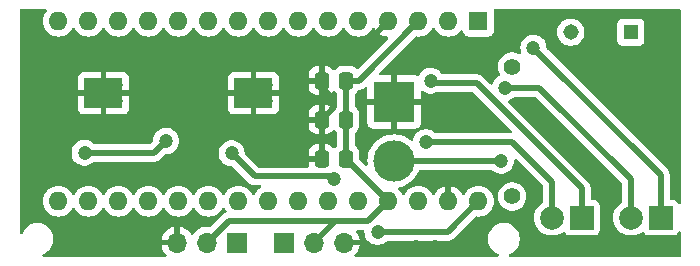
<source format=gbr>
%TF.GenerationSoftware,KiCad,Pcbnew,8.0.4*%
%TF.CreationDate,2025-02-26T16:08:11-05:00*%
%TF.ProjectId,plusle,706c7573-6c65-42e6-9b69-6361645f7063,rev?*%
%TF.SameCoordinates,Original*%
%TF.FileFunction,Copper,L2,Bot*%
%TF.FilePolarity,Positive*%
%FSLAX46Y46*%
G04 Gerber Fmt 4.6, Leading zero omitted, Abs format (unit mm)*
G04 Created by KiCad (PCBNEW 8.0.4) date 2025-02-26 16:08:11*
%MOMM*%
%LPD*%
G01*
G04 APERTURE LIST*
G04 Aperture macros list*
%AMRoundRect*
0 Rectangle with rounded corners*
0 $1 Rounding radius*
0 $2 $3 $4 $5 $6 $7 $8 $9 X,Y pos of 4 corners*
0 Add a 4 corners polygon primitive as box body*
4,1,4,$2,$3,$4,$5,$6,$7,$8,$9,$2,$3,0*
0 Add four circle primitives for the rounded corners*
1,1,$1+$1,$2,$3*
1,1,$1+$1,$4,$5*
1,1,$1+$1,$6,$7*
1,1,$1+$1,$8,$9*
0 Add four rect primitives between the rounded corners*
20,1,$1+$1,$2,$3,$4,$5,0*
20,1,$1+$1,$4,$5,$6,$7,0*
20,1,$1+$1,$6,$7,$8,$9,0*
20,1,$1+$1,$8,$9,$2,$3,0*%
G04 Aperture macros list end*
%TA.AperFunction,ComponentPad*%
%ADD10R,1.308000X1.308000*%
%TD*%
%TA.AperFunction,ComponentPad*%
%ADD11C,1.308000*%
%TD*%
%TA.AperFunction,ComponentPad*%
%ADD12C,1.400000*%
%TD*%
%TA.AperFunction,ComponentPad*%
%ADD13R,3.500000X3.500000*%
%TD*%
%TA.AperFunction,ComponentPad*%
%ADD14C,3.500000*%
%TD*%
%TA.AperFunction,ComponentPad*%
%ADD15C,0.630000*%
%TD*%
%TA.AperFunction,SMDPad,CuDef*%
%ADD16R,3.300000X2.600000*%
%TD*%
%TA.AperFunction,ComponentPad*%
%ADD17R,1.700000X1.700000*%
%TD*%
%TA.AperFunction,ComponentPad*%
%ADD18O,1.700000X1.700000*%
%TD*%
%TA.AperFunction,ComponentPad*%
%ADD19C,2.000000*%
%TD*%
%TA.AperFunction,ComponentPad*%
%ADD20R,2.000000X2.000000*%
%TD*%
%TA.AperFunction,SMDPad,CuDef*%
%ADD21RoundRect,0.250000X0.337500X0.475000X-0.337500X0.475000X-0.337500X-0.475000X0.337500X-0.475000X0*%
%TD*%
%TA.AperFunction,ComponentPad*%
%ADD22R,1.600000X1.600000*%
%TD*%
%TA.AperFunction,ComponentPad*%
%ADD23O,1.600000X1.600000*%
%TD*%
%TA.AperFunction,ViaPad*%
%ADD24C,0.600000*%
%TD*%
%TA.AperFunction,ViaPad*%
%ADD25C,1.200000*%
%TD*%
%TA.AperFunction,Conductor*%
%ADD26C,0.500000*%
%TD*%
G04 APERTURE END LIST*
D10*
%TO.P,SW1,1,A*%
%TO.N,Net-(SW1-A)*%
X78040000Y-29100000D03*
D11*
%TO.P,SW1,3,B*%
%TO.N,Net-(J5-Pin_2)*%
X72960000Y-29100000D03*
%TD*%
D12*
%TO.P,J5,*%
%TO.N,*%
X68000000Y-43000000D03*
X68000000Y-32000000D03*
D13*
%TO.P,J5,1,Pin_1*%
%TO.N,GND*%
X58000000Y-35000000D03*
D14*
%TO.P,J5,2,Pin_2*%
%TO.N,Net-(J5-Pin_2)*%
X58000000Y-40000000D03*
%TD*%
D15*
%TO.P,U4,9,GND*%
%TO.N,GND*%
X47400000Y-33600000D03*
X46100000Y-33600000D03*
X44800000Y-33600000D03*
D16*
X46100000Y-34250000D03*
D15*
X47400000Y-34900000D03*
X46100000Y-34900000D03*
X44800000Y-34900000D03*
%TD*%
%TO.P,U3,9,GND*%
%TO.N,GND*%
X34700000Y-33600000D03*
X33400000Y-33600000D03*
X32100000Y-33600000D03*
D16*
X33400000Y-34250000D03*
D15*
X34700000Y-34900000D03*
X33400000Y-34900000D03*
X32100000Y-34900000D03*
%TD*%
D17*
%TO.P,J4,1,Pin_1*%
%TO.N,RCSignalA*%
X44725000Y-46900000D03*
D18*
%TO.P,J4,2,Pin_2*%
%TO.N,Arduino5V*%
X42185000Y-46900000D03*
%TO.P,J4,3,Pin_3*%
%TO.N,GND*%
X39645000Y-46900000D03*
%TD*%
D19*
%TO.P,J3,2,Pin_2*%
%TO.N,Net-(J3-Pin_2)*%
X78060000Y-44800000D03*
D20*
%TO.P,J3,1,Pin_1*%
%TO.N,Net-(J3-Pin_1)*%
X80600000Y-44800000D03*
%TD*%
D19*
%TO.P,J2,2,Pin_2*%
%TO.N,Net-(J2-Pin_2)*%
X71360000Y-44800000D03*
D20*
%TO.P,J2,1,Pin_1*%
%TO.N,Net-(J2-Pin_1)*%
X73900000Y-44800000D03*
%TD*%
D17*
%TO.P,J1,1,Pin_1*%
%TO.N,RCSignalB*%
X48675000Y-46900000D03*
D18*
%TO.P,J1,2,Pin_2*%
%TO.N,Arduino5V*%
X51215000Y-46900000D03*
%TO.P,J1,3,Pin_3*%
%TO.N,GND*%
X53755000Y-46900000D03*
%TD*%
D21*
%TO.P,C6,1*%
%TO.N,Arduino5V*%
X53937500Y-33200000D03*
%TO.P,C6,2*%
%TO.N,GND*%
X51862500Y-33200000D03*
%TD*%
%TO.P,C5,1*%
%TO.N,Arduino5V*%
X53937500Y-36500000D03*
%TO.P,C5,2*%
%TO.N,GND*%
X51862500Y-36500000D03*
%TD*%
%TO.P,C4,1*%
%TO.N,Arduino5V*%
X53937500Y-39800000D03*
%TO.P,C4,2*%
%TO.N,GND*%
X51862500Y-39800000D03*
%TD*%
D22*
%TO.P,A1,1,D1/TX*%
%TO.N,unconnected-(A1-D1{slash}TX-Pad1)*%
X65140000Y-28160000D03*
D23*
%TO.P,A1,2,D0/RX*%
%TO.N,unconnected-(A1-D0{slash}RX-Pad2)*%
X62600000Y-28160000D03*
%TO.P,A1,3,~{RESET}*%
%TO.N,Arduino5V*%
X60060000Y-28160000D03*
%TO.P,A1,4,GND*%
%TO.N,GND*%
X57520000Y-28160000D03*
%TO.P,A1,5,D2*%
%TO.N,unconnected-(A1-D2-Pad5)*%
X54980000Y-28160000D03*
%TO.P,A1,6,D3*%
%TO.N,unconnected-(A1-D3-Pad6)*%
X52440000Y-28160000D03*
%TO.P,A1,7,D4*%
%TO.N,unconnected-(A1-D4-Pad7)*%
X49900000Y-28160000D03*
%TO.P,A1,8,D5*%
%TO.N,BIn2*%
X47360000Y-28160000D03*
%TO.P,A1,9,D6*%
%TO.N,BIn1*%
X44820000Y-28160000D03*
%TO.P,A1,10,D7*%
%TO.N,unconnected-(A1-D7-Pad10)*%
X42280000Y-28160000D03*
%TO.P,A1,11,D8*%
%TO.N,unconnected-(A1-D8-Pad11)*%
X39740000Y-28160000D03*
%TO.P,A1,12,D9*%
%TO.N,unconnected-(A1-D9-Pad12)*%
X37200000Y-28160000D03*
%TO.P,A1,13,D10*%
%TO.N,AIn2*%
X34660000Y-28160000D03*
%TO.P,A1,14,D11*%
%TO.N,AIn1*%
X32120000Y-28160000D03*
%TO.P,A1,15,D12*%
%TO.N,unconnected-(A1-D12-Pad15)*%
X29580000Y-28160000D03*
%TO.P,A1,16,D13*%
%TO.N,unconnected-(A1-D13-Pad16)*%
X29580000Y-43400000D03*
%TO.P,A1,17,3V3*%
%TO.N,unconnected-(A1-3V3-Pad17)*%
X32120000Y-43400000D03*
%TO.P,A1,18,AREF*%
%TO.N,unconnected-(A1-AREF-Pad18)*%
X34660000Y-43400000D03*
%TO.P,A1,19,A0*%
%TO.N,unconnected-(A1-A0-Pad19)*%
X37200000Y-43400000D03*
%TO.P,A1,20,A1*%
%TO.N,unconnected-(A1-A1-Pad20)*%
X39740000Y-43400000D03*
%TO.P,A1,21,A2*%
%TO.N,unconnected-(A1-A2-Pad21)*%
X42280000Y-43400000D03*
%TO.P,A1,22,A3*%
%TO.N,RCSignalA*%
X44820000Y-43400000D03*
%TO.P,A1,23,A4*%
%TO.N,RCSignalB*%
X47360000Y-43400000D03*
%TO.P,A1,24,A5*%
%TO.N,unconnected-(A1-A5-Pad24)*%
X49900000Y-43400000D03*
%TO.P,A1,25,A6*%
%TO.N,unconnected-(A1-A6-Pad25)*%
X52440000Y-43400000D03*
%TO.P,A1,26,A7*%
%TO.N,unconnected-(A1-A7-Pad26)*%
X54980000Y-43400000D03*
%TO.P,A1,27,+5V*%
%TO.N,Arduino5V*%
X57520000Y-43400000D03*
%TO.P,A1,28,~{RESET}*%
X60060000Y-43400000D03*
%TO.P,A1,29,GND*%
%TO.N,GND*%
X62600000Y-43400000D03*
%TO.P,A1,30,VIN*%
%TO.N,ArduinoVIN*%
X65140000Y-43400000D03*
%TD*%
D24*
%TO.N,GND*%
X52900000Y-34800000D03*
X67100000Y-28900000D03*
X67800000Y-28900000D03*
X55300000Y-36100000D03*
X55300000Y-35100000D03*
D25*
X35200000Y-47100000D03*
X33300000Y-47100000D03*
X61500000Y-47300000D03*
X59900000Y-47300000D03*
X52900000Y-30600000D03*
X51200000Y-30600000D03*
%TO.N,ArduinoVIN*%
X31800000Y-39300000D03*
X38700000Y-38300000D03*
X44250000Y-39350000D03*
X52900000Y-41500000D03*
X56600000Y-46000000D03*
%TO.N,Net-(J3-Pin_1)*%
X69800000Y-30400000D03*
%TO.N,Net-(J2-Pin_1)*%
X61100000Y-33200000D03*
%TO.N,Net-(J2-Pin_2)*%
X60700000Y-38400000D03*
%TO.N,Net-(J5-Pin_2)*%
X67077537Y-39977537D03*
%TO.N,Net-(J3-Pin_2)*%
X67400000Y-33800000D03*
%TD*%
D26*
%TO.N,GND*%
X51862500Y-31637500D02*
X52900000Y-30600000D01*
X51862500Y-33200000D02*
X51862500Y-31637500D01*
X55080000Y-30600000D02*
X52900000Y-30600000D01*
X57520000Y-28160000D02*
X55080000Y-30600000D01*
%TO.N,Net-(J3-Pin_1)*%
X80600000Y-41200000D02*
X80600000Y-44800000D01*
X69800000Y-30400000D02*
X80600000Y-41200000D01*
%TO.N,GND*%
X52900000Y-35462500D02*
X51862500Y-36500000D01*
X52900000Y-34800000D02*
X52900000Y-35462500D01*
X51862500Y-33762500D02*
X52900000Y-34800000D01*
X51862500Y-33200000D02*
X51862500Y-33762500D01*
%TO.N,ArduinoVIN*%
X52900000Y-41500000D02*
X52700000Y-41300000D01*
X46200000Y-41300000D02*
X44250000Y-39350000D01*
X52700000Y-41300000D02*
X46200000Y-41300000D01*
X37700000Y-39300000D02*
X31800000Y-39300000D01*
X38700000Y-38300000D02*
X37700000Y-39300000D01*
%TO.N,Arduino5V*%
X53015000Y-45100000D02*
X54300000Y-45100000D01*
X54300000Y-45100000D02*
X55820000Y-45100000D01*
X43985000Y-45100000D02*
X54300000Y-45100000D01*
X51215000Y-46900000D02*
X53015000Y-45100000D01*
%TO.N,ArduinoVIN*%
X62540000Y-46000000D02*
X56600000Y-46000000D01*
X65140000Y-43400000D02*
X62540000Y-46000000D01*
%TO.N,Arduino5V*%
X55020000Y-33200000D02*
X60060000Y-28160000D01*
X53937500Y-33200000D02*
X55020000Y-33200000D01*
%TO.N,Net-(J3-Pin_2)*%
X78060000Y-41560000D02*
X78060000Y-44800000D01*
X70300000Y-33800000D02*
X78060000Y-41560000D01*
X67400000Y-33800000D02*
X70300000Y-33800000D01*
%TO.N,Net-(J2-Pin_1)*%
X73900000Y-42300000D02*
X73900000Y-44800000D01*
X65000000Y-33400000D02*
X73900000Y-42300000D01*
X61100000Y-33200000D02*
X61300000Y-33400000D01*
X61300000Y-33400000D02*
X65000000Y-33400000D01*
%TO.N,Net-(J2-Pin_2)*%
X71360000Y-41760000D02*
X71360000Y-44800000D01*
X68000000Y-38400000D02*
X71360000Y-41760000D01*
X60700000Y-38400000D02*
X68000000Y-38400000D01*
%TO.N,Net-(J5-Pin_2)*%
X67077537Y-39977537D02*
X67055074Y-40000000D01*
X67055074Y-40000000D02*
X58000000Y-40000000D01*
%TO.N,Arduino5V*%
X55820000Y-45100000D02*
X57520000Y-43400000D01*
X42185000Y-46900000D02*
X43985000Y-45100000D01*
X53937500Y-39817500D02*
X57520000Y-43400000D01*
X53937500Y-36500000D02*
X53937500Y-39817500D01*
X53937500Y-36500000D02*
X53937500Y-39800000D01*
X53937500Y-33200000D02*
X53937500Y-36500000D01*
%TD*%
%TA.AperFunction,Conductor*%
%TO.N,GND*%
G36*
X28567990Y-27120185D02*
G01*
X28613745Y-27172989D01*
X28623689Y-27242147D01*
X28594664Y-27305703D01*
X28588632Y-27312181D01*
X28579954Y-27320858D01*
X28449432Y-27507265D01*
X28449431Y-27507267D01*
X28353261Y-27713502D01*
X28353258Y-27713511D01*
X28294366Y-27933302D01*
X28294364Y-27933313D01*
X28274532Y-28159998D01*
X28274532Y-28160001D01*
X28294364Y-28386686D01*
X28294366Y-28386697D01*
X28353258Y-28606488D01*
X28353261Y-28606497D01*
X28449431Y-28812732D01*
X28449432Y-28812734D01*
X28579954Y-28999141D01*
X28740858Y-29160045D01*
X28740861Y-29160047D01*
X28927266Y-29290568D01*
X29133504Y-29386739D01*
X29353308Y-29445635D01*
X29515230Y-29459801D01*
X29579998Y-29465468D01*
X29580000Y-29465468D01*
X29580002Y-29465468D01*
X29636807Y-29460498D01*
X29806692Y-29445635D01*
X30026496Y-29386739D01*
X30232734Y-29290568D01*
X30419139Y-29160047D01*
X30580047Y-28999139D01*
X30710568Y-28812734D01*
X30737618Y-28754724D01*
X30783790Y-28702285D01*
X30850983Y-28683133D01*
X30917865Y-28703348D01*
X30962382Y-28754725D01*
X30989429Y-28812728D01*
X30989432Y-28812734D01*
X31119954Y-28999141D01*
X31280858Y-29160045D01*
X31280861Y-29160047D01*
X31467266Y-29290568D01*
X31673504Y-29386739D01*
X31893308Y-29445635D01*
X32055230Y-29459801D01*
X32119998Y-29465468D01*
X32120000Y-29465468D01*
X32120002Y-29465468D01*
X32176807Y-29460498D01*
X32346692Y-29445635D01*
X32566496Y-29386739D01*
X32772734Y-29290568D01*
X32959139Y-29160047D01*
X33120047Y-28999139D01*
X33250568Y-28812734D01*
X33277618Y-28754724D01*
X33323790Y-28702285D01*
X33390983Y-28683133D01*
X33457865Y-28703348D01*
X33502382Y-28754725D01*
X33529429Y-28812728D01*
X33529432Y-28812734D01*
X33659954Y-28999141D01*
X33820858Y-29160045D01*
X33820861Y-29160047D01*
X34007266Y-29290568D01*
X34213504Y-29386739D01*
X34433308Y-29445635D01*
X34595230Y-29459801D01*
X34659998Y-29465468D01*
X34660000Y-29465468D01*
X34660002Y-29465468D01*
X34716807Y-29460498D01*
X34886692Y-29445635D01*
X35106496Y-29386739D01*
X35312734Y-29290568D01*
X35499139Y-29160047D01*
X35660047Y-28999139D01*
X35790568Y-28812734D01*
X35817618Y-28754724D01*
X35863790Y-28702285D01*
X35930983Y-28683133D01*
X35997865Y-28703348D01*
X36042382Y-28754725D01*
X36069429Y-28812728D01*
X36069432Y-28812734D01*
X36199954Y-28999141D01*
X36360858Y-29160045D01*
X36360861Y-29160047D01*
X36547266Y-29290568D01*
X36753504Y-29386739D01*
X36973308Y-29445635D01*
X37135230Y-29459801D01*
X37199998Y-29465468D01*
X37200000Y-29465468D01*
X37200002Y-29465468D01*
X37256807Y-29460498D01*
X37426692Y-29445635D01*
X37646496Y-29386739D01*
X37852734Y-29290568D01*
X38039139Y-29160047D01*
X38200047Y-28999139D01*
X38330568Y-28812734D01*
X38357618Y-28754724D01*
X38403790Y-28702285D01*
X38470983Y-28683133D01*
X38537865Y-28703348D01*
X38582382Y-28754725D01*
X38609429Y-28812728D01*
X38609432Y-28812734D01*
X38739954Y-28999141D01*
X38900858Y-29160045D01*
X38900861Y-29160047D01*
X39087266Y-29290568D01*
X39293504Y-29386739D01*
X39513308Y-29445635D01*
X39675230Y-29459801D01*
X39739998Y-29465468D01*
X39740000Y-29465468D01*
X39740002Y-29465468D01*
X39796807Y-29460498D01*
X39966692Y-29445635D01*
X40186496Y-29386739D01*
X40392734Y-29290568D01*
X40579139Y-29160047D01*
X40740047Y-28999139D01*
X40870568Y-28812734D01*
X40897618Y-28754724D01*
X40943790Y-28702285D01*
X41010983Y-28683133D01*
X41077865Y-28703348D01*
X41122382Y-28754725D01*
X41149429Y-28812728D01*
X41149432Y-28812734D01*
X41279954Y-28999141D01*
X41440858Y-29160045D01*
X41440861Y-29160047D01*
X41627266Y-29290568D01*
X41833504Y-29386739D01*
X42053308Y-29445635D01*
X42215230Y-29459801D01*
X42279998Y-29465468D01*
X42280000Y-29465468D01*
X42280002Y-29465468D01*
X42336807Y-29460498D01*
X42506692Y-29445635D01*
X42726496Y-29386739D01*
X42932734Y-29290568D01*
X43119139Y-29160047D01*
X43280047Y-28999139D01*
X43410568Y-28812734D01*
X43437618Y-28754724D01*
X43483790Y-28702285D01*
X43550983Y-28683133D01*
X43617865Y-28703348D01*
X43662382Y-28754725D01*
X43689429Y-28812728D01*
X43689432Y-28812734D01*
X43819954Y-28999141D01*
X43980858Y-29160045D01*
X43980861Y-29160047D01*
X44167266Y-29290568D01*
X44373504Y-29386739D01*
X44593308Y-29445635D01*
X44755230Y-29459801D01*
X44819998Y-29465468D01*
X44820000Y-29465468D01*
X44820002Y-29465468D01*
X44876807Y-29460498D01*
X45046692Y-29445635D01*
X45266496Y-29386739D01*
X45472734Y-29290568D01*
X45659139Y-29160047D01*
X45820047Y-28999139D01*
X45950568Y-28812734D01*
X45977618Y-28754724D01*
X46023790Y-28702285D01*
X46090983Y-28683133D01*
X46157865Y-28703348D01*
X46202382Y-28754725D01*
X46229429Y-28812728D01*
X46229432Y-28812734D01*
X46359954Y-28999141D01*
X46520858Y-29160045D01*
X46520861Y-29160047D01*
X46707266Y-29290568D01*
X46913504Y-29386739D01*
X47133308Y-29445635D01*
X47295230Y-29459801D01*
X47359998Y-29465468D01*
X47360000Y-29465468D01*
X47360002Y-29465468D01*
X47416807Y-29460498D01*
X47586692Y-29445635D01*
X47806496Y-29386739D01*
X48012734Y-29290568D01*
X48199139Y-29160047D01*
X48360047Y-28999139D01*
X48490568Y-28812734D01*
X48517618Y-28754724D01*
X48563790Y-28702285D01*
X48630983Y-28683133D01*
X48697865Y-28703348D01*
X48742382Y-28754725D01*
X48769429Y-28812728D01*
X48769432Y-28812734D01*
X48899954Y-28999141D01*
X49060858Y-29160045D01*
X49060861Y-29160047D01*
X49247266Y-29290568D01*
X49453504Y-29386739D01*
X49673308Y-29445635D01*
X49835230Y-29459801D01*
X49899998Y-29465468D01*
X49900000Y-29465468D01*
X49900002Y-29465468D01*
X49956807Y-29460498D01*
X50126692Y-29445635D01*
X50346496Y-29386739D01*
X50552734Y-29290568D01*
X50739139Y-29160047D01*
X50900047Y-28999139D01*
X51030568Y-28812734D01*
X51057618Y-28754724D01*
X51103790Y-28702285D01*
X51170983Y-28683133D01*
X51237865Y-28703348D01*
X51282382Y-28754725D01*
X51309429Y-28812728D01*
X51309432Y-28812734D01*
X51439954Y-28999141D01*
X51600858Y-29160045D01*
X51600861Y-29160047D01*
X51787266Y-29290568D01*
X51993504Y-29386739D01*
X52213308Y-29445635D01*
X52375230Y-29459801D01*
X52439998Y-29465468D01*
X52440000Y-29465468D01*
X52440002Y-29465468D01*
X52496807Y-29460498D01*
X52666692Y-29445635D01*
X52886496Y-29386739D01*
X53092734Y-29290568D01*
X53279139Y-29160047D01*
X53440047Y-28999139D01*
X53570568Y-28812734D01*
X53597618Y-28754724D01*
X53643790Y-28702285D01*
X53710983Y-28683133D01*
X53777865Y-28703348D01*
X53822382Y-28754725D01*
X53849429Y-28812728D01*
X53849432Y-28812734D01*
X53979954Y-28999141D01*
X54140858Y-29160045D01*
X54140861Y-29160047D01*
X54327266Y-29290568D01*
X54533504Y-29386739D01*
X54753308Y-29445635D01*
X54915230Y-29459801D01*
X54979998Y-29465468D01*
X54980000Y-29465468D01*
X54980002Y-29465468D01*
X55036807Y-29460498D01*
X55206692Y-29445635D01*
X55426496Y-29386739D01*
X55632734Y-29290568D01*
X55819139Y-29160047D01*
X55980047Y-28999139D01*
X56110568Y-28812734D01*
X56137895Y-28754129D01*
X56184064Y-28701695D01*
X56251257Y-28682542D01*
X56318139Y-28702757D01*
X56362657Y-28754133D01*
X56389865Y-28812482D01*
X56520342Y-28998820D01*
X56681179Y-29159657D01*
X56867517Y-29290134D01*
X57073673Y-29386265D01*
X57073682Y-29386269D01*
X57293389Y-29445139D01*
X57293400Y-29445141D01*
X57414785Y-29455761D01*
X57479854Y-29481213D01*
X57520833Y-29537804D01*
X57524711Y-29607566D01*
X57491659Y-29666970D01*
X54972680Y-32185950D01*
X54911357Y-32219435D01*
X54841665Y-32214451D01*
X54797318Y-32185950D01*
X54743657Y-32132289D01*
X54743656Y-32132288D01*
X54594334Y-32040186D01*
X54427797Y-31985001D01*
X54427795Y-31985000D01*
X54325010Y-31974500D01*
X53549998Y-31974500D01*
X53549980Y-31974501D01*
X53447203Y-31985000D01*
X53447200Y-31985001D01*
X53280668Y-32040185D01*
X53280663Y-32040187D01*
X53131342Y-32132289D01*
X53007288Y-32256343D01*
X53007283Y-32256349D01*
X53005241Y-32259661D01*
X53003247Y-32261453D01*
X53002807Y-32262011D01*
X53002711Y-32261935D01*
X52953291Y-32306383D01*
X52884328Y-32317602D01*
X52820247Y-32289755D01*
X52794168Y-32259656D01*
X52792319Y-32256659D01*
X52792316Y-32256655D01*
X52668345Y-32132684D01*
X52519124Y-32040643D01*
X52519119Y-32040641D01*
X52352697Y-31985494D01*
X52352690Y-31985493D01*
X52249986Y-31975000D01*
X52112500Y-31975000D01*
X52112500Y-34424999D01*
X52249972Y-34424999D01*
X52249986Y-34424998D01*
X52352697Y-34414505D01*
X52519119Y-34359358D01*
X52519124Y-34359356D01*
X52668345Y-34267315D01*
X52792318Y-34143342D01*
X52794165Y-34140348D01*
X52795969Y-34138724D01*
X52796798Y-34137677D01*
X52796976Y-34137818D01*
X52846110Y-34093621D01*
X52915073Y-34082396D01*
X52979156Y-34110236D01*
X53005243Y-34140341D01*
X53007288Y-34143656D01*
X53007289Y-34143657D01*
X53131345Y-34267713D01*
X53137013Y-34272195D01*
X53135570Y-34274019D01*
X53174820Y-34317654D01*
X53187000Y-34371248D01*
X53187000Y-35328752D01*
X53167315Y-35395791D01*
X53136002Y-35426531D01*
X53137011Y-35427807D01*
X53131343Y-35432288D01*
X53007288Y-35556343D01*
X53007283Y-35556349D01*
X53005241Y-35559661D01*
X53003247Y-35561453D01*
X53002807Y-35562011D01*
X53002711Y-35561935D01*
X52953291Y-35606383D01*
X52884328Y-35617602D01*
X52820247Y-35589755D01*
X52794168Y-35559656D01*
X52792319Y-35556659D01*
X52792316Y-35556655D01*
X52668345Y-35432684D01*
X52519124Y-35340643D01*
X52519119Y-35340641D01*
X52352697Y-35285494D01*
X52352690Y-35285493D01*
X52249986Y-35275000D01*
X52112500Y-35275000D01*
X52112500Y-37724999D01*
X52249972Y-37724999D01*
X52249986Y-37724998D01*
X52352697Y-37714505D01*
X52519119Y-37659358D01*
X52519124Y-37659356D01*
X52668345Y-37567315D01*
X52792318Y-37443342D01*
X52794165Y-37440348D01*
X52795969Y-37438724D01*
X52796798Y-37437677D01*
X52796976Y-37437818D01*
X52846110Y-37393621D01*
X52915073Y-37382396D01*
X52979156Y-37410236D01*
X53005243Y-37440341D01*
X53007288Y-37443656D01*
X53007289Y-37443657D01*
X53131345Y-37567713D01*
X53137013Y-37572195D01*
X53135570Y-37574019D01*
X53174820Y-37617654D01*
X53187000Y-37671248D01*
X53187000Y-38628752D01*
X53167315Y-38695791D01*
X53136002Y-38726531D01*
X53137011Y-38727807D01*
X53131343Y-38732288D01*
X53007288Y-38856343D01*
X53007283Y-38856349D01*
X53005241Y-38859661D01*
X53003247Y-38861453D01*
X53002807Y-38862011D01*
X53002711Y-38861935D01*
X52953291Y-38906383D01*
X52884328Y-38917602D01*
X52820247Y-38889755D01*
X52794168Y-38859656D01*
X52792319Y-38856659D01*
X52792316Y-38856655D01*
X52668345Y-38732684D01*
X52519124Y-38640643D01*
X52519119Y-38640641D01*
X52352697Y-38585494D01*
X52352690Y-38585493D01*
X52249986Y-38575000D01*
X52112500Y-38575000D01*
X52112500Y-39926000D01*
X52092815Y-39993039D01*
X52040011Y-40038794D01*
X51988500Y-40050000D01*
X50775001Y-40050000D01*
X50775001Y-40324989D01*
X50783982Y-40412899D01*
X50771212Y-40481592D01*
X50723331Y-40532476D01*
X50660624Y-40549500D01*
X46562229Y-40549500D01*
X46495190Y-40529815D01*
X46474548Y-40513181D01*
X45391351Y-39429983D01*
X45357866Y-39368660D01*
X45355561Y-39353743D01*
X45355214Y-39350004D01*
X45355215Y-39350000D01*
X45348267Y-39275013D01*
X50775000Y-39275013D01*
X50775000Y-39550000D01*
X51612500Y-39550000D01*
X51612500Y-38575000D01*
X51475027Y-38575000D01*
X51475012Y-38575001D01*
X51372302Y-38585494D01*
X51205880Y-38640641D01*
X51205875Y-38640643D01*
X51056654Y-38732684D01*
X50932684Y-38856654D01*
X50840643Y-39005875D01*
X50840641Y-39005880D01*
X50785494Y-39172302D01*
X50785493Y-39172309D01*
X50775000Y-39275013D01*
X45348267Y-39275013D01*
X45336397Y-39146917D01*
X45280582Y-38950750D01*
X45264076Y-38917602D01*
X45233573Y-38856342D01*
X45189673Y-38768179D01*
X45124847Y-38682335D01*
X45066762Y-38605418D01*
X44916041Y-38468019D01*
X44916039Y-38468017D01*
X44742642Y-38360655D01*
X44742635Y-38360651D01*
X44613571Y-38310652D01*
X44552456Y-38286976D01*
X44351976Y-38249500D01*
X44148024Y-38249500D01*
X43947544Y-38286976D01*
X43947541Y-38286976D01*
X43947541Y-38286977D01*
X43757364Y-38360651D01*
X43757357Y-38360655D01*
X43583960Y-38468017D01*
X43583958Y-38468019D01*
X43433237Y-38605418D01*
X43310327Y-38768178D01*
X43219422Y-38950739D01*
X43219417Y-38950752D01*
X43163602Y-39146917D01*
X43144785Y-39349999D01*
X43144785Y-39350000D01*
X43163602Y-39553082D01*
X43219417Y-39749247D01*
X43219422Y-39749260D01*
X43310327Y-39931821D01*
X43433237Y-40094581D01*
X43583958Y-40231980D01*
X43583960Y-40231982D01*
X43651917Y-40274059D01*
X43757363Y-40339348D01*
X43947544Y-40413024D01*
X44148024Y-40450500D01*
X44237770Y-40450500D01*
X44304809Y-40470185D01*
X44325451Y-40486819D01*
X45008952Y-41170319D01*
X45617048Y-41778415D01*
X45617049Y-41778416D01*
X45673181Y-41834548D01*
X45721585Y-41882952D01*
X45844498Y-41965080D01*
X45844511Y-41965087D01*
X45981082Y-42021656D01*
X45981087Y-42021658D01*
X45981091Y-42021658D01*
X45981092Y-42021659D01*
X46126079Y-42050500D01*
X46126082Y-42050500D01*
X46626656Y-42050500D01*
X46693695Y-42070185D01*
X46739450Y-42122989D01*
X46749394Y-42192147D01*
X46720369Y-42255703D01*
X46697779Y-42276075D01*
X46520858Y-42399954D01*
X46359954Y-42560858D01*
X46229432Y-42747265D01*
X46229431Y-42747267D01*
X46202382Y-42805275D01*
X46156209Y-42857714D01*
X46089016Y-42876866D01*
X46022135Y-42856650D01*
X45977618Y-42805275D01*
X45950686Y-42747520D01*
X45950568Y-42747266D01*
X45822578Y-42564476D01*
X45820045Y-42560858D01*
X45659141Y-42399954D01*
X45472734Y-42269432D01*
X45472732Y-42269431D01*
X45266497Y-42173261D01*
X45266488Y-42173258D01*
X45046697Y-42114366D01*
X45046693Y-42114365D01*
X45046692Y-42114365D01*
X45046691Y-42114364D01*
X45046686Y-42114364D01*
X44820002Y-42094532D01*
X44819998Y-42094532D01*
X44593313Y-42114364D01*
X44593302Y-42114366D01*
X44373511Y-42173258D01*
X44373502Y-42173261D01*
X44167267Y-42269431D01*
X44167265Y-42269432D01*
X43980858Y-42399954D01*
X43819954Y-42560858D01*
X43689432Y-42747265D01*
X43689431Y-42747267D01*
X43662382Y-42805275D01*
X43616209Y-42857714D01*
X43549016Y-42876866D01*
X43482135Y-42856650D01*
X43437618Y-42805275D01*
X43410686Y-42747520D01*
X43410568Y-42747266D01*
X43282578Y-42564476D01*
X43280045Y-42560858D01*
X43119141Y-42399954D01*
X42932734Y-42269432D01*
X42932732Y-42269431D01*
X42726497Y-42173261D01*
X42726488Y-42173258D01*
X42506697Y-42114366D01*
X42506693Y-42114365D01*
X42506692Y-42114365D01*
X42506691Y-42114364D01*
X42506686Y-42114364D01*
X42280002Y-42094532D01*
X42279998Y-42094532D01*
X42053313Y-42114364D01*
X42053302Y-42114366D01*
X41833511Y-42173258D01*
X41833502Y-42173261D01*
X41627267Y-42269431D01*
X41627265Y-42269432D01*
X41440858Y-42399954D01*
X41279954Y-42560858D01*
X41149432Y-42747265D01*
X41149431Y-42747267D01*
X41122382Y-42805275D01*
X41076209Y-42857714D01*
X41009016Y-42876866D01*
X40942135Y-42856650D01*
X40897618Y-42805275D01*
X40870686Y-42747520D01*
X40870568Y-42747266D01*
X40742578Y-42564476D01*
X40740045Y-42560858D01*
X40579141Y-42399954D01*
X40392734Y-42269432D01*
X40392732Y-42269431D01*
X40186497Y-42173261D01*
X40186488Y-42173258D01*
X39966697Y-42114366D01*
X39966693Y-42114365D01*
X39966692Y-42114365D01*
X39966691Y-42114364D01*
X39966686Y-42114364D01*
X39740002Y-42094532D01*
X39739998Y-42094532D01*
X39513313Y-42114364D01*
X39513302Y-42114366D01*
X39293511Y-42173258D01*
X39293502Y-42173261D01*
X39087267Y-42269431D01*
X39087265Y-42269432D01*
X38900858Y-42399954D01*
X38739954Y-42560858D01*
X38609432Y-42747265D01*
X38609431Y-42747267D01*
X38582382Y-42805275D01*
X38536209Y-42857714D01*
X38469016Y-42876866D01*
X38402135Y-42856650D01*
X38357618Y-42805275D01*
X38330686Y-42747520D01*
X38330568Y-42747266D01*
X38202578Y-42564476D01*
X38200045Y-42560858D01*
X38039141Y-42399954D01*
X37852734Y-42269432D01*
X37852732Y-42269431D01*
X37646497Y-42173261D01*
X37646488Y-42173258D01*
X37426697Y-42114366D01*
X37426693Y-42114365D01*
X37426692Y-42114365D01*
X37426691Y-42114364D01*
X37426686Y-42114364D01*
X37200002Y-42094532D01*
X37199998Y-42094532D01*
X36973313Y-42114364D01*
X36973302Y-42114366D01*
X36753511Y-42173258D01*
X36753502Y-42173261D01*
X36547267Y-42269431D01*
X36547265Y-42269432D01*
X36360858Y-42399954D01*
X36199954Y-42560858D01*
X36069432Y-42747265D01*
X36069431Y-42747267D01*
X36042382Y-42805275D01*
X35996209Y-42857714D01*
X35929016Y-42876866D01*
X35862135Y-42856650D01*
X35817618Y-42805275D01*
X35790686Y-42747520D01*
X35790568Y-42747266D01*
X35662578Y-42564476D01*
X35660045Y-42560858D01*
X35499141Y-42399954D01*
X35312734Y-42269432D01*
X35312732Y-42269431D01*
X35106497Y-42173261D01*
X35106488Y-42173258D01*
X34886697Y-42114366D01*
X34886693Y-42114365D01*
X34886692Y-42114365D01*
X34886691Y-42114364D01*
X34886686Y-42114364D01*
X34660002Y-42094532D01*
X34659998Y-42094532D01*
X34433313Y-42114364D01*
X34433302Y-42114366D01*
X34213511Y-42173258D01*
X34213502Y-42173261D01*
X34007267Y-42269431D01*
X34007265Y-42269432D01*
X33820858Y-42399954D01*
X33659954Y-42560858D01*
X33529432Y-42747265D01*
X33529431Y-42747267D01*
X33502382Y-42805275D01*
X33456209Y-42857714D01*
X33389016Y-42876866D01*
X33322135Y-42856650D01*
X33277618Y-42805275D01*
X33250686Y-42747520D01*
X33250568Y-42747266D01*
X33122578Y-42564476D01*
X33120045Y-42560858D01*
X32959141Y-42399954D01*
X32772734Y-42269432D01*
X32772732Y-42269431D01*
X32566497Y-42173261D01*
X32566488Y-42173258D01*
X32346697Y-42114366D01*
X32346693Y-42114365D01*
X32346692Y-42114365D01*
X32346691Y-42114364D01*
X32346686Y-42114364D01*
X32120002Y-42094532D01*
X32119998Y-42094532D01*
X31893313Y-42114364D01*
X31893302Y-42114366D01*
X31673511Y-42173258D01*
X31673502Y-42173261D01*
X31467267Y-42269431D01*
X31467265Y-42269432D01*
X31280858Y-42399954D01*
X31119954Y-42560858D01*
X30989432Y-42747265D01*
X30989431Y-42747267D01*
X30962382Y-42805275D01*
X30916209Y-42857714D01*
X30849016Y-42876866D01*
X30782135Y-42856650D01*
X30737618Y-42805275D01*
X30710686Y-42747520D01*
X30710568Y-42747266D01*
X30582578Y-42564476D01*
X30580045Y-42560858D01*
X30419141Y-42399954D01*
X30232734Y-42269432D01*
X30232732Y-42269431D01*
X30026497Y-42173261D01*
X30026488Y-42173258D01*
X29806697Y-42114366D01*
X29806693Y-42114365D01*
X29806692Y-42114365D01*
X29806691Y-42114364D01*
X29806686Y-42114364D01*
X29580002Y-42094532D01*
X29579998Y-42094532D01*
X29353313Y-42114364D01*
X29353302Y-42114366D01*
X29133511Y-42173258D01*
X29133502Y-42173261D01*
X28927267Y-42269431D01*
X28927265Y-42269432D01*
X28740858Y-42399954D01*
X28579954Y-42560858D01*
X28449432Y-42747265D01*
X28449431Y-42747267D01*
X28353261Y-42953502D01*
X28353258Y-42953511D01*
X28294366Y-43173302D01*
X28294364Y-43173313D01*
X28274532Y-43399998D01*
X28274532Y-43400001D01*
X28294364Y-43626686D01*
X28294366Y-43626697D01*
X28353258Y-43846488D01*
X28353261Y-43846497D01*
X28449431Y-44052732D01*
X28449432Y-44052734D01*
X28579954Y-44239141D01*
X28740858Y-44400045D01*
X28740861Y-44400047D01*
X28927266Y-44530568D01*
X29133504Y-44626739D01*
X29353308Y-44685635D01*
X29515230Y-44699801D01*
X29579998Y-44705468D01*
X29580000Y-44705468D01*
X29580002Y-44705468D01*
X29636673Y-44700509D01*
X29806692Y-44685635D01*
X30026496Y-44626739D01*
X30232734Y-44530568D01*
X30419139Y-44400047D01*
X30580047Y-44239139D01*
X30710568Y-44052734D01*
X30737618Y-43994724D01*
X30783790Y-43942285D01*
X30850983Y-43923133D01*
X30917865Y-43943348D01*
X30962382Y-43994725D01*
X30989429Y-44052728D01*
X30989432Y-44052734D01*
X31119954Y-44239141D01*
X31280858Y-44400045D01*
X31280861Y-44400047D01*
X31467266Y-44530568D01*
X31673504Y-44626739D01*
X31893308Y-44685635D01*
X32055230Y-44699801D01*
X32119998Y-44705468D01*
X32120000Y-44705468D01*
X32120002Y-44705468D01*
X32176673Y-44700509D01*
X32346692Y-44685635D01*
X32566496Y-44626739D01*
X32772734Y-44530568D01*
X32959139Y-44400047D01*
X33120047Y-44239139D01*
X33250568Y-44052734D01*
X33277618Y-43994724D01*
X33323790Y-43942285D01*
X33390983Y-43923133D01*
X33457865Y-43943348D01*
X33502382Y-43994725D01*
X33529429Y-44052728D01*
X33529432Y-44052734D01*
X33659954Y-44239141D01*
X33820858Y-44400045D01*
X33820861Y-44400047D01*
X34007266Y-44530568D01*
X34213504Y-44626739D01*
X34433308Y-44685635D01*
X34595230Y-44699801D01*
X34659998Y-44705468D01*
X34660000Y-44705468D01*
X34660002Y-44705468D01*
X34716673Y-44700509D01*
X34886692Y-44685635D01*
X35106496Y-44626739D01*
X35312734Y-44530568D01*
X35499139Y-44400047D01*
X35660047Y-44239139D01*
X35790568Y-44052734D01*
X35817618Y-43994724D01*
X35863790Y-43942285D01*
X35930983Y-43923133D01*
X35997865Y-43943348D01*
X36042382Y-43994725D01*
X36069429Y-44052728D01*
X36069432Y-44052734D01*
X36199954Y-44239141D01*
X36360858Y-44400045D01*
X36360861Y-44400047D01*
X36547266Y-44530568D01*
X36753504Y-44626739D01*
X36973308Y-44685635D01*
X37135230Y-44699801D01*
X37199998Y-44705468D01*
X37200000Y-44705468D01*
X37200002Y-44705468D01*
X37256673Y-44700509D01*
X37426692Y-44685635D01*
X37646496Y-44626739D01*
X37852734Y-44530568D01*
X38039139Y-44400047D01*
X38200047Y-44239139D01*
X38330568Y-44052734D01*
X38357618Y-43994724D01*
X38403790Y-43942285D01*
X38470983Y-43923133D01*
X38537865Y-43943348D01*
X38582382Y-43994725D01*
X38609429Y-44052728D01*
X38609432Y-44052734D01*
X38739954Y-44239141D01*
X38900858Y-44400045D01*
X38900861Y-44400047D01*
X39087266Y-44530568D01*
X39293504Y-44626739D01*
X39513308Y-44685635D01*
X39675230Y-44699801D01*
X39739998Y-44705468D01*
X39740000Y-44705468D01*
X39740002Y-44705468D01*
X39796673Y-44700509D01*
X39966692Y-44685635D01*
X40186496Y-44626739D01*
X40392734Y-44530568D01*
X40579139Y-44400047D01*
X40740047Y-44239139D01*
X40870568Y-44052734D01*
X40897618Y-43994724D01*
X40943790Y-43942285D01*
X41010983Y-43923133D01*
X41077865Y-43943348D01*
X41122382Y-43994725D01*
X41149429Y-44052728D01*
X41149432Y-44052734D01*
X41279954Y-44239141D01*
X41440858Y-44400045D01*
X41440861Y-44400047D01*
X41627266Y-44530568D01*
X41833504Y-44626739D01*
X42053308Y-44685635D01*
X42215230Y-44699801D01*
X42279998Y-44705468D01*
X42280000Y-44705468D01*
X42280002Y-44705468D01*
X42336673Y-44700509D01*
X42506692Y-44685635D01*
X42726496Y-44626739D01*
X42932734Y-44530568D01*
X43119139Y-44400047D01*
X43280047Y-44239139D01*
X43410568Y-44052734D01*
X43437618Y-43994724D01*
X43483790Y-43942285D01*
X43550983Y-43923133D01*
X43617865Y-43943348D01*
X43662382Y-43994725D01*
X43689429Y-44052728D01*
X43689432Y-44052734D01*
X43794781Y-44203190D01*
X43817108Y-44269397D01*
X43800097Y-44337164D01*
X43749149Y-44384976D01*
X43740659Y-44388874D01*
X43629508Y-44434914D01*
X43629498Y-44434919D01*
X43506584Y-44517048D01*
X43506580Y-44517051D01*
X42496501Y-45527130D01*
X42435178Y-45560615D01*
X42398013Y-45562977D01*
X42185002Y-45544341D01*
X42184999Y-45544341D01*
X41949596Y-45564936D01*
X41949586Y-45564938D01*
X41721344Y-45626094D01*
X41721335Y-45626098D01*
X41507171Y-45725964D01*
X41507169Y-45725965D01*
X41313597Y-45861505D01*
X41146508Y-46028594D01*
X41016269Y-46214595D01*
X40961692Y-46258219D01*
X40892193Y-46265412D01*
X40829839Y-46233890D01*
X40813119Y-46214594D01*
X40683113Y-46028926D01*
X40683108Y-46028920D01*
X40516082Y-45861894D01*
X40322578Y-45726399D01*
X40108492Y-45626570D01*
X40108486Y-45626567D01*
X39895000Y-45569364D01*
X39895000Y-46466988D01*
X39837993Y-46434075D01*
X39710826Y-46400000D01*
X39579174Y-46400000D01*
X39452007Y-46434075D01*
X39395000Y-46466988D01*
X39395000Y-45569364D01*
X39394999Y-45569364D01*
X39181513Y-45626567D01*
X39181507Y-45626570D01*
X38967422Y-45726399D01*
X38967420Y-45726400D01*
X38773926Y-45861886D01*
X38773920Y-45861891D01*
X38606891Y-46028920D01*
X38606886Y-46028926D01*
X38471400Y-46222420D01*
X38471399Y-46222422D01*
X38371570Y-46436507D01*
X38371567Y-46436513D01*
X38314364Y-46649999D01*
X38314364Y-46650000D01*
X39211988Y-46650000D01*
X39179075Y-46707007D01*
X39145000Y-46834174D01*
X39145000Y-46965826D01*
X39179075Y-47092993D01*
X39211988Y-47150000D01*
X38314364Y-47150000D01*
X38371567Y-47363486D01*
X38371570Y-47363492D01*
X38471399Y-47577578D01*
X38606894Y-47771082D01*
X38723631Y-47887819D01*
X38757116Y-47949142D01*
X38752132Y-48018834D01*
X38710260Y-48074767D01*
X38644796Y-48099184D01*
X38635950Y-48099500D01*
X28338226Y-48099500D01*
X28271187Y-48079815D01*
X28225432Y-48027011D01*
X28215488Y-47957853D01*
X28244513Y-47894297D01*
X28299906Y-47857569D01*
X28318412Y-47851557D01*
X28507816Y-47755051D01*
X28529789Y-47739086D01*
X28679786Y-47630109D01*
X28679788Y-47630106D01*
X28679792Y-47630104D01*
X28830104Y-47479792D01*
X28830106Y-47479788D01*
X28830109Y-47479786D01*
X28955048Y-47307820D01*
X28955047Y-47307820D01*
X28955051Y-47307816D01*
X29051557Y-47118412D01*
X29117246Y-46916243D01*
X29150500Y-46706287D01*
X29150500Y-46493713D01*
X29117246Y-46283757D01*
X29051557Y-46081588D01*
X28955051Y-45892184D01*
X28955049Y-45892181D01*
X28955048Y-45892179D01*
X28830109Y-45720213D01*
X28679786Y-45569890D01*
X28507820Y-45444951D01*
X28318414Y-45348444D01*
X28318413Y-45348443D01*
X28318412Y-45348443D01*
X28116243Y-45282754D01*
X28116241Y-45282753D01*
X28116240Y-45282753D01*
X27954957Y-45257208D01*
X27906287Y-45249500D01*
X27693713Y-45249500D01*
X27645042Y-45257208D01*
X27483760Y-45282753D01*
X27281585Y-45348444D01*
X27092179Y-45444951D01*
X26920213Y-45569890D01*
X26769890Y-45720213D01*
X26644951Y-45892179D01*
X26548445Y-46081582D01*
X26548443Y-46081587D01*
X26548443Y-46081588D01*
X26542429Y-46100094D01*
X26502992Y-46157768D01*
X26438633Y-46184965D01*
X26369787Y-46173050D01*
X26318312Y-46125805D01*
X26300500Y-46061773D01*
X26300500Y-39299999D01*
X30694785Y-39299999D01*
X30694785Y-39300000D01*
X30713602Y-39503082D01*
X30769417Y-39699247D01*
X30769422Y-39699260D01*
X30860327Y-39881821D01*
X30983237Y-40044581D01*
X31133958Y-40181980D01*
X31133960Y-40181982D01*
X31233141Y-40243392D01*
X31307363Y-40289348D01*
X31497544Y-40363024D01*
X31698024Y-40400500D01*
X31698026Y-40400500D01*
X31901974Y-40400500D01*
X31901976Y-40400500D01*
X32102456Y-40363024D01*
X32292637Y-40289348D01*
X32466041Y-40181981D01*
X32537486Y-40116850D01*
X32574769Y-40082863D01*
X32637573Y-40052246D01*
X32658307Y-40050500D01*
X37773920Y-40050500D01*
X37871462Y-40031096D01*
X37918913Y-40021658D01*
X38055495Y-39965084D01*
X38147483Y-39903620D01*
X38178416Y-39882952D01*
X38624549Y-39436819D01*
X38685872Y-39403334D01*
X38712230Y-39400500D01*
X38801974Y-39400500D01*
X38801976Y-39400500D01*
X39002456Y-39363024D01*
X39192637Y-39289348D01*
X39366041Y-39181981D01*
X39516764Y-39044579D01*
X39639673Y-38881821D01*
X39730582Y-38699250D01*
X39786397Y-38503083D01*
X39805215Y-38300000D01*
X39786397Y-38096917D01*
X39730582Y-37900750D01*
X39639673Y-37718179D01*
X39526893Y-37568834D01*
X39516762Y-37555418D01*
X39366041Y-37418019D01*
X39366039Y-37418017D01*
X39192642Y-37310655D01*
X39192635Y-37310651D01*
X39019544Y-37243596D01*
X39002456Y-37236976D01*
X38801976Y-37199500D01*
X38598024Y-37199500D01*
X38397544Y-37236976D01*
X38397541Y-37236976D01*
X38397541Y-37236977D01*
X38207364Y-37310651D01*
X38207357Y-37310655D01*
X38033960Y-37418017D01*
X38033958Y-37418019D01*
X37883237Y-37555418D01*
X37760327Y-37718178D01*
X37669422Y-37900739D01*
X37669417Y-37900752D01*
X37613603Y-38096917D01*
X37594437Y-38303745D01*
X37568651Y-38368682D01*
X37558648Y-38379984D01*
X37425449Y-38513182D01*
X37364129Y-38546666D01*
X37337770Y-38549500D01*
X32658307Y-38549500D01*
X32591268Y-38529815D01*
X32574769Y-38517137D01*
X32466041Y-38418019D01*
X32466039Y-38418017D01*
X32292642Y-38310655D01*
X32292635Y-38310651D01*
X32134784Y-38249500D01*
X32102456Y-38236976D01*
X31901976Y-38199500D01*
X31698024Y-38199500D01*
X31497544Y-38236976D01*
X31497541Y-38236976D01*
X31497541Y-38236977D01*
X31307364Y-38310651D01*
X31307357Y-38310655D01*
X31133960Y-38418017D01*
X31133958Y-38418019D01*
X30983237Y-38555418D01*
X30860327Y-38718178D01*
X30769422Y-38900739D01*
X30769417Y-38900752D01*
X30713602Y-39096917D01*
X30694785Y-39299999D01*
X26300500Y-39299999D01*
X26300500Y-37024986D01*
X50775001Y-37024986D01*
X50785494Y-37127697D01*
X50840641Y-37294119D01*
X50840643Y-37294124D01*
X50932684Y-37443345D01*
X51056654Y-37567315D01*
X51205875Y-37659356D01*
X51205880Y-37659358D01*
X51372302Y-37714505D01*
X51372309Y-37714506D01*
X51475019Y-37724999D01*
X51612499Y-37724999D01*
X51612500Y-37724998D01*
X51612500Y-36750000D01*
X50775001Y-36750000D01*
X50775001Y-37024986D01*
X26300500Y-37024986D01*
X26300500Y-35597844D01*
X31250000Y-35597844D01*
X31256401Y-35657372D01*
X31256403Y-35657379D01*
X31306645Y-35792086D01*
X31306649Y-35792093D01*
X31392809Y-35907187D01*
X31392812Y-35907190D01*
X31507906Y-35993350D01*
X31507913Y-35993354D01*
X31642620Y-36043596D01*
X31642627Y-36043598D01*
X31702155Y-36049999D01*
X31702172Y-36050000D01*
X33150000Y-36050000D01*
X33650000Y-36050000D01*
X35097828Y-36050000D01*
X35097844Y-36049999D01*
X35157372Y-36043598D01*
X35157379Y-36043596D01*
X35292086Y-35993354D01*
X35292093Y-35993350D01*
X35407187Y-35907190D01*
X35407190Y-35907187D01*
X35493350Y-35792093D01*
X35493354Y-35792086D01*
X35543596Y-35657379D01*
X35543598Y-35657372D01*
X35549999Y-35597844D01*
X43950000Y-35597844D01*
X43956401Y-35657372D01*
X43956403Y-35657379D01*
X44006645Y-35792086D01*
X44006649Y-35792093D01*
X44092809Y-35907187D01*
X44092812Y-35907190D01*
X44207906Y-35993350D01*
X44207913Y-35993354D01*
X44342620Y-36043596D01*
X44342627Y-36043598D01*
X44402155Y-36049999D01*
X44402172Y-36050000D01*
X45850000Y-36050000D01*
X46350000Y-36050000D01*
X47797828Y-36050000D01*
X47797844Y-36049999D01*
X47857372Y-36043598D01*
X47857379Y-36043596D01*
X47992086Y-35993354D01*
X47992093Y-35993350D01*
X48016588Y-35975013D01*
X50775000Y-35975013D01*
X50775000Y-36250000D01*
X51612500Y-36250000D01*
X51612500Y-35275000D01*
X51475027Y-35275000D01*
X51475012Y-35275001D01*
X51372302Y-35285494D01*
X51205880Y-35340641D01*
X51205875Y-35340643D01*
X51056654Y-35432684D01*
X50932684Y-35556654D01*
X50840643Y-35705875D01*
X50840641Y-35705880D01*
X50785494Y-35872302D01*
X50785493Y-35872309D01*
X50775000Y-35975013D01*
X48016588Y-35975013D01*
X48107187Y-35907190D01*
X48107190Y-35907187D01*
X48193350Y-35792093D01*
X48193354Y-35792086D01*
X48243596Y-35657379D01*
X48243598Y-35657372D01*
X48249999Y-35597844D01*
X48250000Y-35597827D01*
X48250000Y-34500000D01*
X46350000Y-34500000D01*
X46350000Y-36050000D01*
X45850000Y-36050000D01*
X45850000Y-34867179D01*
X45935000Y-34867179D01*
X45935000Y-34932821D01*
X45960119Y-34993465D01*
X46006535Y-35039881D01*
X46067179Y-35065000D01*
X46132821Y-35065000D01*
X46193465Y-35039881D01*
X46239881Y-34993465D01*
X46265000Y-34932821D01*
X46265000Y-34867179D01*
X46239881Y-34806535D01*
X46193465Y-34760119D01*
X46132821Y-34735000D01*
X46067179Y-34735000D01*
X46006535Y-34760119D01*
X45960119Y-34806535D01*
X45935000Y-34867179D01*
X45850000Y-34867179D01*
X45850000Y-34500000D01*
X43950000Y-34500000D01*
X43950000Y-35597844D01*
X35549999Y-35597844D01*
X35550000Y-35597827D01*
X35550000Y-34500000D01*
X33650000Y-34500000D01*
X33650000Y-36050000D01*
X33150000Y-36050000D01*
X33150000Y-34867179D01*
X33235000Y-34867179D01*
X33235000Y-34932821D01*
X33260119Y-34993465D01*
X33306535Y-35039881D01*
X33367179Y-35065000D01*
X33432821Y-35065000D01*
X33493465Y-35039881D01*
X33539881Y-34993465D01*
X33565000Y-34932821D01*
X33565000Y-34867179D01*
X33539881Y-34806535D01*
X33493465Y-34760119D01*
X33432821Y-34735000D01*
X33367179Y-34735000D01*
X33306535Y-34760119D01*
X33260119Y-34806535D01*
X33235000Y-34867179D01*
X33150000Y-34867179D01*
X33150000Y-34500000D01*
X31250000Y-34500000D01*
X31250000Y-35597844D01*
X26300500Y-35597844D01*
X26300500Y-32902155D01*
X31250000Y-32902155D01*
X31250000Y-34000000D01*
X33150000Y-34000000D01*
X33650000Y-34000000D01*
X35550000Y-34000000D01*
X35550000Y-32902172D01*
X35549999Y-32902155D01*
X43950000Y-32902155D01*
X43950000Y-34000000D01*
X45850000Y-34000000D01*
X46350000Y-34000000D01*
X48250000Y-34000000D01*
X48250000Y-33724986D01*
X50775001Y-33724986D01*
X50785494Y-33827697D01*
X50840641Y-33994119D01*
X50840643Y-33994124D01*
X50932684Y-34143345D01*
X51056654Y-34267315D01*
X51205875Y-34359356D01*
X51205880Y-34359358D01*
X51372302Y-34414505D01*
X51372309Y-34414506D01*
X51475019Y-34424999D01*
X51612499Y-34424999D01*
X51612500Y-34424998D01*
X51612500Y-33450000D01*
X50775001Y-33450000D01*
X50775001Y-33724986D01*
X48250000Y-33724986D01*
X48250000Y-32902172D01*
X48249999Y-32902155D01*
X48243598Y-32842627D01*
X48243596Y-32842620D01*
X48193354Y-32707913D01*
X48193350Y-32707906D01*
X48168726Y-32675013D01*
X50775000Y-32675013D01*
X50775000Y-32950000D01*
X51612500Y-32950000D01*
X51612500Y-31975000D01*
X51475027Y-31975000D01*
X51475012Y-31975001D01*
X51372302Y-31985494D01*
X51205880Y-32040641D01*
X51205875Y-32040643D01*
X51056654Y-32132684D01*
X50932684Y-32256654D01*
X50840643Y-32405875D01*
X50840641Y-32405880D01*
X50785494Y-32572302D01*
X50785493Y-32572309D01*
X50775000Y-32675013D01*
X48168726Y-32675013D01*
X48107190Y-32592812D01*
X48107187Y-32592809D01*
X47992093Y-32506649D01*
X47992086Y-32506645D01*
X47857379Y-32456403D01*
X47857372Y-32456401D01*
X47797844Y-32450000D01*
X46350000Y-32450000D01*
X46350000Y-34000000D01*
X45850000Y-34000000D01*
X45850000Y-33567179D01*
X45935000Y-33567179D01*
X45935000Y-33632821D01*
X45960119Y-33693465D01*
X46006535Y-33739881D01*
X46067179Y-33765000D01*
X46132821Y-33765000D01*
X46193465Y-33739881D01*
X46239881Y-33693465D01*
X46265000Y-33632821D01*
X46265000Y-33567179D01*
X46239881Y-33506535D01*
X46193465Y-33460119D01*
X46132821Y-33435000D01*
X46067179Y-33435000D01*
X46006535Y-33460119D01*
X45960119Y-33506535D01*
X45935000Y-33567179D01*
X45850000Y-33567179D01*
X45850000Y-32450000D01*
X44402155Y-32450000D01*
X44342627Y-32456401D01*
X44342620Y-32456403D01*
X44207913Y-32506645D01*
X44207906Y-32506649D01*
X44092812Y-32592809D01*
X44092809Y-32592812D01*
X44006649Y-32707906D01*
X44006645Y-32707913D01*
X43956403Y-32842620D01*
X43956401Y-32842627D01*
X43950000Y-32902155D01*
X35549999Y-32902155D01*
X35543598Y-32842627D01*
X35543596Y-32842620D01*
X35493354Y-32707913D01*
X35493350Y-32707906D01*
X35407190Y-32592812D01*
X35407187Y-32592809D01*
X35292093Y-32506649D01*
X35292086Y-32506645D01*
X35157379Y-32456403D01*
X35157372Y-32456401D01*
X35097844Y-32450000D01*
X33650000Y-32450000D01*
X33650000Y-34000000D01*
X33150000Y-34000000D01*
X33150000Y-33567179D01*
X33235000Y-33567179D01*
X33235000Y-33632821D01*
X33260119Y-33693465D01*
X33306535Y-33739881D01*
X33367179Y-33765000D01*
X33432821Y-33765000D01*
X33493465Y-33739881D01*
X33539881Y-33693465D01*
X33565000Y-33632821D01*
X33565000Y-33567179D01*
X33539881Y-33506535D01*
X33493465Y-33460119D01*
X33432821Y-33435000D01*
X33367179Y-33435000D01*
X33306535Y-33460119D01*
X33260119Y-33506535D01*
X33235000Y-33567179D01*
X33150000Y-33567179D01*
X33150000Y-32450000D01*
X31702155Y-32450000D01*
X31642627Y-32456401D01*
X31642620Y-32456403D01*
X31507913Y-32506645D01*
X31507906Y-32506649D01*
X31392812Y-32592809D01*
X31392809Y-32592812D01*
X31306649Y-32707906D01*
X31306645Y-32707913D01*
X31256403Y-32842620D01*
X31256401Y-32842627D01*
X31250000Y-32902155D01*
X26300500Y-32902155D01*
X26300500Y-27224500D01*
X26320185Y-27157461D01*
X26372989Y-27111706D01*
X26424500Y-27100500D01*
X28500951Y-27100500D01*
X28567990Y-27120185D01*
G37*
%TD.AperFunction*%
%TA.AperFunction,Conductor*%
G36*
X70004809Y-34570185D02*
G01*
X70025451Y-34586819D01*
X77273181Y-41834548D01*
X77306666Y-41895871D01*
X77309500Y-41922229D01*
X77309500Y-43426128D01*
X77289815Y-43493167D01*
X77244522Y-43535179D01*
X77236491Y-43539526D01*
X77205426Y-43563705D01*
X77040257Y-43692261D01*
X76871833Y-43875217D01*
X76735826Y-44083393D01*
X76635936Y-44311118D01*
X76574892Y-44552175D01*
X76574890Y-44552187D01*
X76554357Y-44799994D01*
X76554357Y-44800005D01*
X76574890Y-45047812D01*
X76574892Y-45047824D01*
X76635936Y-45288881D01*
X76735826Y-45516606D01*
X76871833Y-45724782D01*
X76904245Y-45759991D01*
X77040256Y-45907738D01*
X77236491Y-46060474D01*
X77345840Y-46119651D01*
X77416274Y-46157768D01*
X77455190Y-46178828D01*
X77690386Y-46259571D01*
X77935665Y-46300500D01*
X78184335Y-46300500D01*
X78429614Y-46259571D01*
X78664810Y-46178828D01*
X78883509Y-46060474D01*
X78966786Y-45995657D01*
X79031780Y-45970014D01*
X79100320Y-45983580D01*
X79150644Y-46032049D01*
X79151841Y-46034607D01*
X79151953Y-46034546D01*
X79156206Y-46042335D01*
X79242452Y-46157544D01*
X79242455Y-46157547D01*
X79357664Y-46243793D01*
X79357671Y-46243797D01*
X79492517Y-46294091D01*
X79492516Y-46294091D01*
X79499444Y-46294835D01*
X79552127Y-46300500D01*
X81647872Y-46300499D01*
X81707483Y-46294091D01*
X81842331Y-46243796D01*
X81957546Y-46157546D01*
X82043796Y-46042331D01*
X82048920Y-46028594D01*
X82059318Y-46000715D01*
X82101189Y-45944781D01*
X82166653Y-45920364D01*
X82234926Y-45935215D01*
X82284332Y-45984620D01*
X82299500Y-46044048D01*
X82299500Y-47975500D01*
X82279815Y-48042539D01*
X82227011Y-48088294D01*
X82175500Y-48099500D01*
X67838226Y-48099500D01*
X67771187Y-48079815D01*
X67725432Y-48027011D01*
X67715488Y-47957853D01*
X67744513Y-47894297D01*
X67799906Y-47857569D01*
X67818412Y-47851557D01*
X68007816Y-47755051D01*
X68029789Y-47739086D01*
X68179786Y-47630109D01*
X68179788Y-47630106D01*
X68179792Y-47630104D01*
X68330104Y-47479792D01*
X68330106Y-47479788D01*
X68330109Y-47479786D01*
X68455048Y-47307820D01*
X68455047Y-47307820D01*
X68455051Y-47307816D01*
X68551557Y-47118412D01*
X68617246Y-46916243D01*
X68650500Y-46706287D01*
X68650500Y-46493713D01*
X68617246Y-46283757D01*
X68551557Y-46081588D01*
X68455051Y-45892184D01*
X68455049Y-45892181D01*
X68455048Y-45892179D01*
X68330109Y-45720213D01*
X68179786Y-45569890D01*
X68007820Y-45444951D01*
X67818414Y-45348444D01*
X67818413Y-45348443D01*
X67818412Y-45348443D01*
X67616243Y-45282754D01*
X67616241Y-45282753D01*
X67616240Y-45282753D01*
X67454957Y-45257208D01*
X67406287Y-45249500D01*
X67193713Y-45249500D01*
X67145042Y-45257208D01*
X66983760Y-45282753D01*
X66781585Y-45348444D01*
X66592179Y-45444951D01*
X66420213Y-45569890D01*
X66269890Y-45720213D01*
X66144951Y-45892179D01*
X66048444Y-46081585D01*
X65982753Y-46283760D01*
X65949500Y-46493713D01*
X65949500Y-46706286D01*
X65977327Y-46881982D01*
X65982754Y-46916243D01*
X66035153Y-47077511D01*
X66048444Y-47118414D01*
X66144951Y-47307820D01*
X66269890Y-47479786D01*
X66420213Y-47630109D01*
X66592179Y-47755048D01*
X66592181Y-47755049D01*
X66592184Y-47755051D01*
X66781588Y-47851557D01*
X66800092Y-47857569D01*
X66857768Y-47897006D01*
X66884966Y-47961365D01*
X66873051Y-48030211D01*
X66825807Y-48081687D01*
X66761774Y-48099500D01*
X54764050Y-48099500D01*
X54697011Y-48079815D01*
X54651256Y-48027011D01*
X54641312Y-47957853D01*
X54670337Y-47894297D01*
X54676369Y-47887819D01*
X54793105Y-47771082D01*
X54928600Y-47577578D01*
X55028429Y-47363492D01*
X55028432Y-47363486D01*
X55085636Y-47150000D01*
X54188012Y-47150000D01*
X54220925Y-47092993D01*
X54255000Y-46965826D01*
X54255000Y-46834174D01*
X54220925Y-46707007D01*
X54188012Y-46650000D01*
X55085636Y-46650000D01*
X55085635Y-46649999D01*
X55028432Y-46436513D01*
X55028429Y-46436507D01*
X54928600Y-46222422D01*
X54928599Y-46222420D01*
X54804805Y-46045623D01*
X54782478Y-45979417D01*
X54799488Y-45911650D01*
X54850436Y-45863837D01*
X54906380Y-45850500D01*
X55372617Y-45850500D01*
X55439656Y-45870185D01*
X55485411Y-45922989D01*
X55496087Y-45985941D01*
X55494785Y-46000000D01*
X55494785Y-46000001D01*
X55513602Y-46203082D01*
X55569417Y-46399247D01*
X55569422Y-46399260D01*
X55660327Y-46581821D01*
X55783237Y-46744581D01*
X55933958Y-46881980D01*
X55933960Y-46881982D01*
X55989294Y-46916243D01*
X56107363Y-46989348D01*
X56297544Y-47063024D01*
X56498024Y-47100500D01*
X56498026Y-47100500D01*
X56701974Y-47100500D01*
X56701976Y-47100500D01*
X56902456Y-47063024D01*
X57092637Y-46989348D01*
X57266041Y-46881981D01*
X57337486Y-46816850D01*
X57374769Y-46782863D01*
X57437573Y-46752246D01*
X57458307Y-46750500D01*
X62613920Y-46750500D01*
X62711462Y-46731096D01*
X62758913Y-46721658D01*
X62895495Y-46665084D01*
X62948277Y-46629816D01*
X63018416Y-46582952D01*
X64874652Y-44726714D01*
X64935973Y-44693231D01*
X64973135Y-44690869D01*
X65116366Y-44703400D01*
X65139999Y-44705468D01*
X65140000Y-44705468D01*
X65140002Y-44705468D01*
X65196673Y-44700509D01*
X65366692Y-44685635D01*
X65586496Y-44626739D01*
X65792734Y-44530568D01*
X65979139Y-44400047D01*
X66140047Y-44239139D01*
X66270568Y-44052734D01*
X66366739Y-43846496D01*
X66425635Y-43626692D01*
X66445468Y-43400000D01*
X66425635Y-43173308D01*
X66379197Y-42999999D01*
X66794357Y-42999999D01*
X66794357Y-43000000D01*
X66814884Y-43221535D01*
X66814885Y-43221537D01*
X66875769Y-43435523D01*
X66875775Y-43435538D01*
X66974938Y-43634683D01*
X66974943Y-43634691D01*
X67109020Y-43812238D01*
X67273437Y-43962123D01*
X67273439Y-43962125D01*
X67462595Y-44079245D01*
X67462596Y-44079245D01*
X67462599Y-44079247D01*
X67670060Y-44159618D01*
X67888757Y-44200500D01*
X67888759Y-44200500D01*
X68111241Y-44200500D01*
X68111243Y-44200500D01*
X68329940Y-44159618D01*
X68537401Y-44079247D01*
X68726562Y-43962124D01*
X68890981Y-43812236D01*
X69025058Y-43634689D01*
X69124229Y-43435528D01*
X69185115Y-43221536D01*
X69205643Y-43000000D01*
X69192458Y-42857714D01*
X69185115Y-42778464D01*
X69185114Y-42778462D01*
X69176310Y-42747520D01*
X69124229Y-42564472D01*
X69124224Y-42564461D01*
X69025061Y-42365316D01*
X69025056Y-42365308D01*
X68890979Y-42187761D01*
X68726562Y-42037876D01*
X68726560Y-42037874D01*
X68537404Y-41920754D01*
X68537398Y-41920752D01*
X68329940Y-41840382D01*
X68111243Y-41799500D01*
X67888757Y-41799500D01*
X67670060Y-41840382D01*
X67538864Y-41891207D01*
X67462601Y-41920752D01*
X67462595Y-41920754D01*
X67273439Y-42037874D01*
X67273437Y-42037876D01*
X67109020Y-42187761D01*
X66974943Y-42365308D01*
X66974938Y-42365316D01*
X66875775Y-42564461D01*
X66875769Y-42564476D01*
X66814885Y-42778462D01*
X66814884Y-42778464D01*
X66794357Y-42999999D01*
X66379197Y-42999999D01*
X66366739Y-42953504D01*
X66270568Y-42747266D01*
X66142578Y-42564476D01*
X66140045Y-42560858D01*
X65979141Y-42399954D01*
X65792734Y-42269432D01*
X65792732Y-42269431D01*
X65586497Y-42173261D01*
X65586488Y-42173258D01*
X65366697Y-42114366D01*
X65366693Y-42114365D01*
X65366692Y-42114365D01*
X65366691Y-42114364D01*
X65366686Y-42114364D01*
X65140002Y-42094532D01*
X65139998Y-42094532D01*
X64913313Y-42114364D01*
X64913302Y-42114366D01*
X64693511Y-42173258D01*
X64693502Y-42173261D01*
X64487267Y-42269431D01*
X64487265Y-42269432D01*
X64300858Y-42399954D01*
X64139954Y-42560858D01*
X64068974Y-42662230D01*
X64009432Y-42747266D01*
X64009315Y-42747518D01*
X63982106Y-42805867D01*
X63935933Y-42858306D01*
X63868739Y-42877457D01*
X63801858Y-42857241D01*
X63757342Y-42805865D01*
X63730135Y-42747520D01*
X63730134Y-42747518D01*
X63599657Y-42561179D01*
X63438820Y-42400342D01*
X63252482Y-42269865D01*
X63046328Y-42173734D01*
X62850000Y-42121127D01*
X62850000Y-42966988D01*
X62792993Y-42934075D01*
X62665826Y-42900000D01*
X62534174Y-42900000D01*
X62407007Y-42934075D01*
X62350000Y-42966988D01*
X62350000Y-42121127D01*
X62153671Y-42173734D01*
X61947517Y-42269865D01*
X61761179Y-42400342D01*
X61600342Y-42561179D01*
X61469867Y-42747515D01*
X61442657Y-42805867D01*
X61396484Y-42858306D01*
X61329290Y-42877457D01*
X61262409Y-42857241D01*
X61217893Y-42805865D01*
X61190685Y-42747518D01*
X61190568Y-42747266D01*
X61062578Y-42564476D01*
X61060045Y-42560858D01*
X60899141Y-42399954D01*
X60712734Y-42269432D01*
X60712732Y-42269431D01*
X60506497Y-42173261D01*
X60506488Y-42173258D01*
X60286697Y-42114366D01*
X60286693Y-42114365D01*
X60286692Y-42114365D01*
X60286691Y-42114364D01*
X60286686Y-42114364D01*
X60060002Y-42094532D01*
X60059998Y-42094532D01*
X59833313Y-42114364D01*
X59833302Y-42114366D01*
X59613511Y-42173258D01*
X59613502Y-42173261D01*
X59407267Y-42269431D01*
X59407265Y-42269432D01*
X59220858Y-42399954D01*
X59059954Y-42560858D01*
X58929432Y-42747265D01*
X58929431Y-42747267D01*
X58902382Y-42805275D01*
X58856209Y-42857714D01*
X58789016Y-42876866D01*
X58722135Y-42856650D01*
X58677618Y-42805275D01*
X58650686Y-42747520D01*
X58650568Y-42747266D01*
X58522578Y-42564476D01*
X58520045Y-42560858D01*
X58375712Y-42416525D01*
X58342227Y-42355202D01*
X58347211Y-42285510D01*
X58389083Y-42229577D01*
X58439200Y-42207227D01*
X58583722Y-42178481D01*
X58863077Y-42083652D01*
X59127665Y-41953172D01*
X59372957Y-41789273D01*
X59594758Y-41594758D01*
X59789273Y-41372957D01*
X59953172Y-41127665D01*
X60083652Y-40863077D01*
X60093305Y-40834639D01*
X60133495Y-40777486D01*
X60198204Y-40751134D01*
X60210724Y-40750500D01*
X66243871Y-40750500D01*
X66310910Y-40770185D01*
X66327409Y-40782863D01*
X66411495Y-40859517D01*
X66411497Y-40859519D01*
X66510678Y-40920929D01*
X66584900Y-40966885D01*
X66775081Y-41040561D01*
X66975561Y-41078037D01*
X66975563Y-41078037D01*
X67179511Y-41078037D01*
X67179513Y-41078037D01*
X67379993Y-41040561D01*
X67570174Y-40966885D01*
X67743578Y-40859518D01*
X67894301Y-40722116D01*
X68017210Y-40559358D01*
X68108119Y-40376787D01*
X68163934Y-40180620D01*
X68182752Y-39977537D01*
X68180388Y-39952029D01*
X68193802Y-39883461D01*
X68242159Y-39833028D01*
X68310104Y-39816745D01*
X68376067Y-39839781D01*
X68391540Y-39852907D01*
X70573181Y-42034548D01*
X70606666Y-42095871D01*
X70609500Y-42122229D01*
X70609500Y-43426128D01*
X70589815Y-43493167D01*
X70544522Y-43535179D01*
X70536491Y-43539526D01*
X70505426Y-43563705D01*
X70340257Y-43692261D01*
X70171833Y-43875217D01*
X70035826Y-44083393D01*
X69935936Y-44311118D01*
X69874892Y-44552175D01*
X69874890Y-44552187D01*
X69854357Y-44799994D01*
X69854357Y-44800005D01*
X69874890Y-45047812D01*
X69874892Y-45047824D01*
X69935936Y-45288881D01*
X70035826Y-45516606D01*
X70171833Y-45724782D01*
X70204245Y-45759991D01*
X70340256Y-45907738D01*
X70536491Y-46060474D01*
X70645840Y-46119651D01*
X70716274Y-46157768D01*
X70755190Y-46178828D01*
X70990386Y-46259571D01*
X71235665Y-46300500D01*
X71484335Y-46300500D01*
X71729614Y-46259571D01*
X71964810Y-46178828D01*
X72183509Y-46060474D01*
X72266786Y-45995657D01*
X72331780Y-45970014D01*
X72400320Y-45983580D01*
X72450644Y-46032049D01*
X72451841Y-46034607D01*
X72451953Y-46034546D01*
X72456206Y-46042335D01*
X72542452Y-46157544D01*
X72542455Y-46157547D01*
X72657664Y-46243793D01*
X72657671Y-46243797D01*
X72792517Y-46294091D01*
X72792516Y-46294091D01*
X72799444Y-46294835D01*
X72852127Y-46300500D01*
X74947872Y-46300499D01*
X75007483Y-46294091D01*
X75142331Y-46243796D01*
X75257546Y-46157546D01*
X75343796Y-46042331D01*
X75394091Y-45907483D01*
X75400500Y-45847873D01*
X75400499Y-43752128D01*
X75394091Y-43692517D01*
X75388933Y-43678689D01*
X75343797Y-43557671D01*
X75343793Y-43557664D01*
X75257547Y-43442455D01*
X75257544Y-43442452D01*
X75142335Y-43356206D01*
X75142328Y-43356202D01*
X75007482Y-43305908D01*
X75007483Y-43305908D01*
X74947883Y-43299501D01*
X74947881Y-43299500D01*
X74947873Y-43299500D01*
X74947865Y-43299500D01*
X74774500Y-43299500D01*
X74707461Y-43279815D01*
X74661706Y-43227011D01*
X74650500Y-43175500D01*
X74650500Y-42226080D01*
X74639993Y-42173262D01*
X74639993Y-42173261D01*
X74621659Y-42081088D01*
X74568674Y-41953172D01*
X74565084Y-41944505D01*
X74501619Y-41849522D01*
X74501619Y-41849521D01*
X74501617Y-41849520D01*
X74482952Y-41821584D01*
X67708675Y-35047307D01*
X67675190Y-34985984D01*
X67680174Y-34916292D01*
X67722046Y-34860359D01*
X67751557Y-34844002D01*
X67892637Y-34789348D01*
X68066041Y-34681981D01*
X68170429Y-34586819D01*
X68174769Y-34582863D01*
X68237573Y-34552246D01*
X68258307Y-34550500D01*
X69937770Y-34550500D01*
X70004809Y-34570185D01*
G37*
%TD.AperFunction*%
%TA.AperFunction,Conductor*%
G36*
X82242539Y-27120185D02*
G01*
X82288294Y-27172989D01*
X82299500Y-27224500D01*
X82299500Y-43555951D01*
X82279815Y-43622990D01*
X82227011Y-43668745D01*
X82157853Y-43678689D01*
X82094297Y-43649664D01*
X82059318Y-43599284D01*
X82043797Y-43557671D01*
X82043793Y-43557664D01*
X81957547Y-43442455D01*
X81957544Y-43442452D01*
X81842335Y-43356206D01*
X81842328Y-43356202D01*
X81707482Y-43305908D01*
X81707483Y-43305908D01*
X81647883Y-43299501D01*
X81647881Y-43299500D01*
X81647873Y-43299500D01*
X81647865Y-43299500D01*
X81474500Y-43299500D01*
X81407461Y-43279815D01*
X81361706Y-43227011D01*
X81350500Y-43175500D01*
X81350500Y-41126079D01*
X81321659Y-40981092D01*
X81321658Y-40981091D01*
X81321658Y-40981087D01*
X81271303Y-40859518D01*
X81265087Y-40844511D01*
X81265080Y-40844498D01*
X81182952Y-40721585D01*
X81182951Y-40721584D01*
X81078416Y-40617049D01*
X70941351Y-30479983D01*
X70907866Y-30418660D01*
X70905561Y-30403743D01*
X70905214Y-30400004D01*
X70905215Y-30400000D01*
X70886397Y-30196917D01*
X70830582Y-30000750D01*
X70828380Y-29996328D01*
X70771010Y-29881112D01*
X70739673Y-29818179D01*
X70658260Y-29710370D01*
X70616762Y-29655418D01*
X70466041Y-29518019D01*
X70466039Y-29518017D01*
X70292642Y-29410655D01*
X70292635Y-29410651D01*
X70197546Y-29373814D01*
X70102456Y-29336976D01*
X69901976Y-29299500D01*
X69698024Y-29299500D01*
X69497544Y-29336976D01*
X69497541Y-29336976D01*
X69497541Y-29336977D01*
X69307364Y-29410651D01*
X69307357Y-29410655D01*
X69133960Y-29518017D01*
X69133958Y-29518019D01*
X68983237Y-29655418D01*
X68860327Y-29818178D01*
X68769422Y-30000739D01*
X68769417Y-30000752D01*
X68713602Y-30196917D01*
X68694785Y-30399999D01*
X68694785Y-30400000D01*
X68713602Y-30603082D01*
X68769417Y-30799248D01*
X68770914Y-30803111D01*
X68776771Y-30872735D01*
X68744057Y-30934473D01*
X68683159Y-30968723D01*
X68613410Y-30964613D01*
X68590008Y-30953325D01*
X68537401Y-30920753D01*
X68537398Y-30920752D01*
X68329940Y-30840382D01*
X68111243Y-30799500D01*
X67888757Y-30799500D01*
X67670060Y-30840382D01*
X67538864Y-30891207D01*
X67462601Y-30920752D01*
X67462595Y-30920754D01*
X67273439Y-31037874D01*
X67273437Y-31037876D01*
X67109020Y-31187761D01*
X66974943Y-31365308D01*
X66974938Y-31365316D01*
X66875775Y-31564461D01*
X66875769Y-31564476D01*
X66814885Y-31778462D01*
X66814884Y-31778464D01*
X66794357Y-31999999D01*
X66794357Y-32000000D01*
X66814884Y-32221535D01*
X66814885Y-32221537D01*
X66875769Y-32435523D01*
X66875775Y-32435538D01*
X66976833Y-32638489D01*
X66989094Y-32707275D01*
X66962221Y-32771770D01*
X66912465Y-32808048D01*
X66912491Y-32808099D01*
X66912190Y-32808248D01*
X66910632Y-32809385D01*
X66907368Y-32810649D01*
X66907359Y-32810653D01*
X66733960Y-32918017D01*
X66733958Y-32918019D01*
X66583237Y-33055418D01*
X66460327Y-33218178D01*
X66369422Y-33400739D01*
X66369419Y-33400747D01*
X66359094Y-33437035D01*
X66321813Y-33496127D01*
X66258503Y-33525684D01*
X66189263Y-33516320D01*
X66152147Y-33490779D01*
X65478421Y-32817052D01*
X65478414Y-32817046D01*
X65404729Y-32767812D01*
X65404729Y-32767813D01*
X65355491Y-32734913D01*
X65218917Y-32678343D01*
X65218907Y-32678340D01*
X65073920Y-32649500D01*
X65073918Y-32649500D01*
X62125070Y-32649500D01*
X62058031Y-32629815D01*
X62026116Y-32600227D01*
X62020516Y-32592812D01*
X61916764Y-32455421D01*
X61916762Y-32455418D01*
X61766041Y-32318019D01*
X61766039Y-32318017D01*
X61592642Y-32210655D01*
X61592635Y-32210651D01*
X61497546Y-32173814D01*
X61402456Y-32136976D01*
X61201976Y-32099500D01*
X60998024Y-32099500D01*
X60797544Y-32136976D01*
X60797541Y-32136976D01*
X60797541Y-32136977D01*
X60607364Y-32210651D01*
X60607357Y-32210655D01*
X60433960Y-32318017D01*
X60433958Y-32318019D01*
X60283237Y-32455418D01*
X60160327Y-32618178D01*
X60104581Y-32730131D01*
X60057078Y-32781368D01*
X59989415Y-32798789D01*
X59950248Y-32791041D01*
X59857379Y-32756403D01*
X59857372Y-32756401D01*
X59797844Y-32750000D01*
X58250000Y-32750000D01*
X58250000Y-34081116D01*
X58093567Y-34050000D01*
X57906433Y-34050000D01*
X57750000Y-34081116D01*
X57750000Y-32750000D01*
X56830730Y-32750000D01*
X56763691Y-32730315D01*
X56717936Y-32677511D01*
X56707992Y-32608353D01*
X56737017Y-32544797D01*
X56743049Y-32538319D01*
X59026869Y-30254498D01*
X59794652Y-29486714D01*
X59855973Y-29453231D01*
X59893135Y-29450869D01*
X60036366Y-29463400D01*
X60059999Y-29465468D01*
X60060000Y-29465468D01*
X60060002Y-29465468D01*
X60116807Y-29460498D01*
X60286692Y-29445635D01*
X60506496Y-29386739D01*
X60712734Y-29290568D01*
X60899139Y-29160047D01*
X61060047Y-28999139D01*
X61190568Y-28812734D01*
X61217618Y-28754724D01*
X61263790Y-28702285D01*
X61330983Y-28683133D01*
X61397865Y-28703348D01*
X61442382Y-28754725D01*
X61469429Y-28812728D01*
X61469432Y-28812734D01*
X61599954Y-28999141D01*
X61760858Y-29160045D01*
X61760861Y-29160047D01*
X61947266Y-29290568D01*
X62153504Y-29386739D01*
X62373308Y-29445635D01*
X62535230Y-29459801D01*
X62599998Y-29465468D01*
X62600000Y-29465468D01*
X62600002Y-29465468D01*
X62656807Y-29460498D01*
X62826692Y-29445635D01*
X63046496Y-29386739D01*
X63252734Y-29290568D01*
X63439139Y-29160047D01*
X63600047Y-28999139D01*
X63617272Y-28974539D01*
X63671848Y-28930913D01*
X63741346Y-28923718D01*
X63803701Y-28955239D01*
X63839116Y-29015468D01*
X63842138Y-29032406D01*
X63845908Y-29067483D01*
X63896202Y-29202328D01*
X63896206Y-29202335D01*
X63982452Y-29317544D01*
X63982455Y-29317547D01*
X64097664Y-29403793D01*
X64097671Y-29403797D01*
X64232517Y-29454091D01*
X64232516Y-29454091D01*
X64239444Y-29454835D01*
X64292127Y-29460500D01*
X65987872Y-29460499D01*
X66047483Y-29454091D01*
X66182331Y-29403796D01*
X66297546Y-29317546D01*
X66383796Y-29202331D01*
X66421963Y-29099999D01*
X71800554Y-29099999D01*
X71800554Y-29100000D01*
X71820295Y-29313047D01*
X71820296Y-29313050D01*
X71878846Y-29518835D01*
X71878849Y-29518841D01*
X71974219Y-29710370D01*
X72103159Y-29881114D01*
X72261278Y-30025258D01*
X72261283Y-30025261D01*
X72261286Y-30025263D01*
X72443186Y-30137891D01*
X72443187Y-30137891D01*
X72443190Y-30137893D01*
X72642703Y-30215185D01*
X72853020Y-30254500D01*
X72853022Y-30254500D01*
X73066978Y-30254500D01*
X73066980Y-30254500D01*
X73277297Y-30215185D01*
X73476810Y-30137893D01*
X73658722Y-30025258D01*
X73816841Y-29881114D01*
X73945781Y-29710370D01*
X74041151Y-29518840D01*
X74041151Y-29518837D01*
X74041153Y-29518835D01*
X74078872Y-29386265D01*
X74099704Y-29313048D01*
X74119446Y-29100000D01*
X74099704Y-28886952D01*
X74078587Y-28812732D01*
X74041153Y-28681164D01*
X74041150Y-28681158D01*
X73980257Y-28558868D01*
X73945781Y-28489630D01*
X73876687Y-28398135D01*
X76885500Y-28398135D01*
X76885500Y-29801870D01*
X76885501Y-29801876D01*
X76891908Y-29861483D01*
X76942202Y-29996328D01*
X76942206Y-29996335D01*
X77028452Y-30111544D01*
X77028455Y-30111547D01*
X77143664Y-30197793D01*
X77143671Y-30197797D01*
X77278517Y-30248091D01*
X77278516Y-30248091D01*
X77285444Y-30248835D01*
X77338127Y-30254500D01*
X78741872Y-30254499D01*
X78801483Y-30248091D01*
X78936331Y-30197796D01*
X79051546Y-30111546D01*
X79137796Y-29996331D01*
X79188091Y-29861483D01*
X79194500Y-29801873D01*
X79194499Y-28398128D01*
X79188091Y-28338517D01*
X79180769Y-28318887D01*
X79137797Y-28203671D01*
X79137793Y-28203664D01*
X79051547Y-28088455D01*
X79051544Y-28088452D01*
X78936335Y-28002206D01*
X78936328Y-28002202D01*
X78801482Y-27951908D01*
X78801483Y-27951908D01*
X78741883Y-27945501D01*
X78741881Y-27945500D01*
X78741873Y-27945500D01*
X78741864Y-27945500D01*
X77338129Y-27945500D01*
X77338123Y-27945501D01*
X77278516Y-27951908D01*
X77143671Y-28002202D01*
X77143664Y-28002206D01*
X77028455Y-28088452D01*
X77028452Y-28088455D01*
X76942206Y-28203664D01*
X76942202Y-28203671D01*
X76891908Y-28338517D01*
X76886969Y-28384462D01*
X76885501Y-28398123D01*
X76885500Y-28398135D01*
X73876687Y-28398135D01*
X73816841Y-28318886D01*
X73658722Y-28174742D01*
X73658716Y-28174738D01*
X73658713Y-28174736D01*
X73476813Y-28062108D01*
X73476807Y-28062106D01*
X73277297Y-27984815D01*
X73066980Y-27945500D01*
X72853020Y-27945500D01*
X72642703Y-27984815D01*
X72597812Y-28002206D01*
X72443192Y-28062106D01*
X72443186Y-28062108D01*
X72261286Y-28174736D01*
X72261283Y-28174738D01*
X72261279Y-28174740D01*
X72261278Y-28174742D01*
X72103159Y-28318886D01*
X72103158Y-28318887D01*
X71974219Y-28489629D01*
X71878849Y-28681158D01*
X71878846Y-28681164D01*
X71820296Y-28886949D01*
X71820295Y-28886952D01*
X71800554Y-29099999D01*
X66421963Y-29099999D01*
X66434091Y-29067483D01*
X66440500Y-29007873D01*
X66440499Y-27312128D01*
X66434091Y-27252517D01*
X66433262Y-27244804D01*
X66434657Y-27244654D01*
X66437950Y-27183244D01*
X66478818Y-27126573D01*
X66543837Y-27100993D01*
X66554886Y-27100500D01*
X82175500Y-27100500D01*
X82242539Y-27120185D01*
G37*
%TD.AperFunction*%
%TA.AperFunction,Conductor*%
G36*
X55669332Y-33714548D02*
G01*
X55725266Y-33756418D01*
X55749684Y-33821883D01*
X55750000Y-33830730D01*
X55750000Y-34750000D01*
X57081116Y-34750000D01*
X57050000Y-34906433D01*
X57050000Y-35093567D01*
X57081116Y-35250000D01*
X55750000Y-35250000D01*
X55750000Y-36797844D01*
X55756401Y-36857372D01*
X55756403Y-36857379D01*
X55806645Y-36992086D01*
X55806649Y-36992093D01*
X55892809Y-37107187D01*
X55892812Y-37107190D01*
X56007906Y-37193350D01*
X56007913Y-37193354D01*
X56142620Y-37243596D01*
X56142627Y-37243598D01*
X56202155Y-37249999D01*
X56202172Y-37250000D01*
X57750000Y-37250000D01*
X57750000Y-35918883D01*
X57906433Y-35950000D01*
X58093567Y-35950000D01*
X58250000Y-35918883D01*
X58250000Y-37250000D01*
X59797828Y-37250000D01*
X59797844Y-37249999D01*
X59857372Y-37243598D01*
X59857379Y-37243596D01*
X59992086Y-37193354D01*
X59992093Y-37193350D01*
X60107187Y-37107190D01*
X60107190Y-37107187D01*
X60193350Y-36992093D01*
X60193354Y-36992086D01*
X60243596Y-36857379D01*
X60243598Y-36857372D01*
X60249999Y-36797844D01*
X60250000Y-36797827D01*
X60250000Y-35250000D01*
X58918884Y-35250000D01*
X58950000Y-35093567D01*
X58950000Y-34906433D01*
X58918884Y-34750000D01*
X60250000Y-34750000D01*
X60250000Y-34190701D01*
X60269685Y-34123662D01*
X60322489Y-34077907D01*
X60391647Y-34067963D01*
X60439277Y-34085274D01*
X60607363Y-34189348D01*
X60797544Y-34263024D01*
X60998024Y-34300500D01*
X60998026Y-34300500D01*
X61201974Y-34300500D01*
X61201976Y-34300500D01*
X61402456Y-34263024D01*
X61592637Y-34189348D01*
X61616067Y-34174840D01*
X61625383Y-34169073D01*
X61690660Y-34150500D01*
X64637770Y-34150500D01*
X64704809Y-34170185D01*
X64725451Y-34186819D01*
X67976451Y-37437819D01*
X68009936Y-37499142D01*
X68004952Y-37568834D01*
X67963080Y-37624767D01*
X67897616Y-37649184D01*
X67888770Y-37649500D01*
X61558307Y-37649500D01*
X61491268Y-37629815D01*
X61474769Y-37617137D01*
X61366041Y-37518019D01*
X61366039Y-37518017D01*
X61192642Y-37410655D01*
X61192635Y-37410651D01*
X61097546Y-37373814D01*
X61002456Y-37336976D01*
X60801976Y-37299500D01*
X60598024Y-37299500D01*
X60397544Y-37336976D01*
X60397541Y-37336976D01*
X60397541Y-37336977D01*
X60207364Y-37410651D01*
X60207357Y-37410655D01*
X60033960Y-37518017D01*
X60033958Y-37518019D01*
X59883237Y-37655418D01*
X59760327Y-37818178D01*
X59669422Y-38000739D01*
X59669417Y-38000752D01*
X59616047Y-38188324D01*
X59578767Y-38247417D01*
X59515457Y-38276974D01*
X59446218Y-38267612D01*
X59415022Y-38247617D01*
X59372955Y-38210725D01*
X59127667Y-38046829D01*
X59127660Y-38046825D01*
X58863080Y-37916349D01*
X58583730Y-37821521D01*
X58583724Y-37821519D01*
X58583722Y-37821519D01*
X58294380Y-37763966D01*
X58294373Y-37763965D01*
X58294363Y-37763964D01*
X58000007Y-37744671D01*
X57999993Y-37744671D01*
X57705636Y-37763964D01*
X57705624Y-37763965D01*
X57705620Y-37763966D01*
X57705612Y-37763967D01*
X57705609Y-37763968D01*
X57416283Y-37821518D01*
X57416269Y-37821521D01*
X57136919Y-37916349D01*
X56872334Y-38046828D01*
X56627041Y-38210728D01*
X56405241Y-38405241D01*
X56210728Y-38627041D01*
X56046828Y-38872334D01*
X55916349Y-39136919D01*
X55821521Y-39416269D01*
X55821518Y-39416283D01*
X55763968Y-39705609D01*
X55763964Y-39705636D01*
X55744671Y-39999992D01*
X55744671Y-39999996D01*
X55744671Y-40000000D01*
X55756510Y-40180619D01*
X55762634Y-40274059D01*
X55747376Y-40342242D01*
X55697677Y-40391353D01*
X55629317Y-40405798D01*
X55563999Y-40380992D01*
X55551218Y-40369850D01*
X55061818Y-39880450D01*
X55028333Y-39819127D01*
X55025499Y-39792769D01*
X55025499Y-39274998D01*
X55025498Y-39274981D01*
X55014999Y-39172203D01*
X55014998Y-39172200D01*
X55003307Y-39136919D01*
X54959814Y-39005666D01*
X54867712Y-38856344D01*
X54743656Y-38732288D01*
X54737989Y-38727807D01*
X54739430Y-38725984D01*
X54700175Y-38682335D01*
X54688000Y-38628752D01*
X54688000Y-37671248D01*
X54707685Y-37604209D01*
X54738996Y-37573471D01*
X54737987Y-37572195D01*
X54743654Y-37567713D01*
X54743653Y-37567713D01*
X54743656Y-37567712D01*
X54867712Y-37443656D01*
X54959814Y-37294334D01*
X55014999Y-37127797D01*
X55025500Y-37025009D01*
X55025499Y-35974992D01*
X55014999Y-35872203D01*
X54959814Y-35705666D01*
X54867712Y-35556344D01*
X54743656Y-35432288D01*
X54737989Y-35427807D01*
X54739430Y-35425984D01*
X54700175Y-35382335D01*
X54688000Y-35328752D01*
X54688000Y-34371248D01*
X54707685Y-34304209D01*
X54738996Y-34273471D01*
X54737987Y-34272195D01*
X54743654Y-34267713D01*
X54743653Y-34267713D01*
X54743656Y-34267712D01*
X54867712Y-34143656D01*
X54950519Y-34009402D01*
X55002467Y-33962679D01*
X55056058Y-33950500D01*
X55093920Y-33950500D01*
X55191462Y-33931096D01*
X55238913Y-33921658D01*
X55375495Y-33865084D01*
X55431299Y-33827797D01*
X55498416Y-33782952D01*
X55538318Y-33743050D01*
X55599641Y-33709564D01*
X55669332Y-33714548D01*
G37*
%TD.AperFunction*%
%TD*%
M02*

</source>
